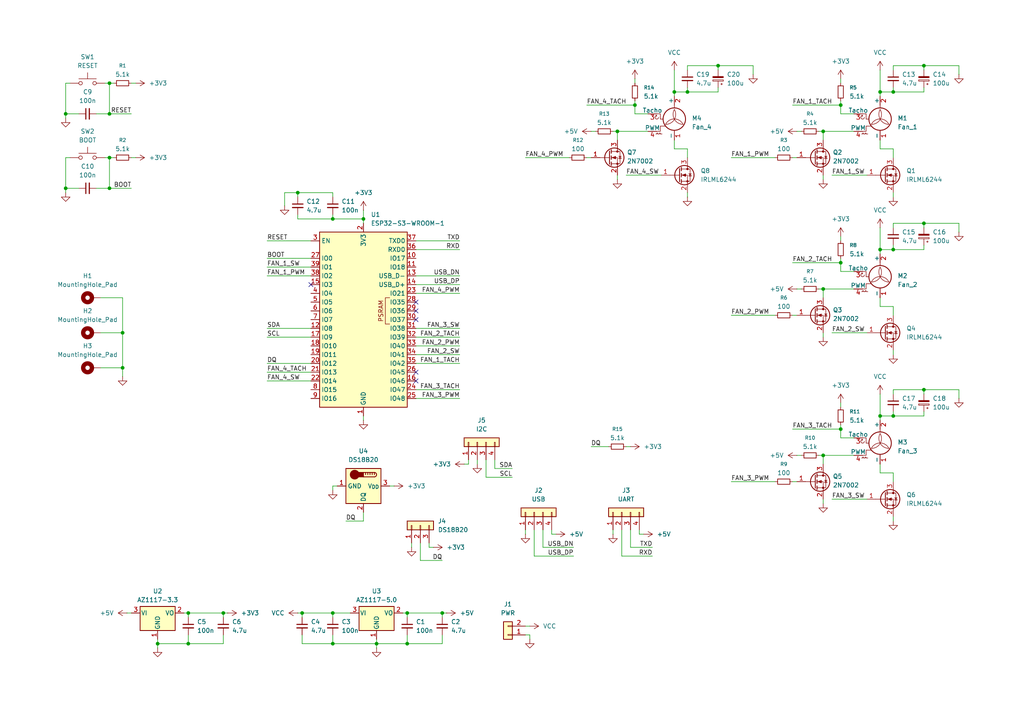
<source format=kicad_sch>
(kicad_sch (version 20250114) (generator "eeschema") (generator_version "9.0")
  (paper "A4")
  (junction (at 31.75 45.72))
  (junction (at 199.39 26.67))
  (junction (at 195.58 26.67))
  (junction (at 259.08 26.67))
  (junction (at 96.52 63.5))
  (junction (at 54.61 177.8))
  (junction (at 19.05 33.02))
  (junction (at 35.56 106.68))
  (junction (at 255.27 72.39))
  (junction (at 267.97 19.05))
  (junction (at 35.56 96.52))
  (junction (at 208.28 19.05))
  (junction (at 64.77 177.8))
  (junction (at 243.84 30.48))
  (junction (at 259.08 120.65))
  (junction (at 105.41 63.5))
  (junction (at 255.27 120.65))
  (junction (at 54.61 186.69))
  (junction (at 96.52 186.69))
  (junction (at 267.97 64.77))
  (junction (at 45.72 186.69))
  (junction (at 31.75 33.02))
  (junction (at 259.08 72.39))
  (junction (at 86.36 55.88))
  (junction (at 31.75 24.13))
  (junction (at 96.52 177.8))
  (junction (at 19.05 54.61))
  (junction (at 87.63 177.8))
  (junction (at 243.84 124.46))
  (junction (at 118.11 177.8))
  (junction (at 128.27 177.8))
  (junction (at 267.97 113.03))
  (junction (at 238.76 38.1))
  (junction (at 109.22 186.69))
  (junction (at 118.11 186.69))
  (junction (at 238.76 132.08))
  (junction (at 243.84 76.2))
  (junction (at 31.75 54.61))
  (junction (at 238.76 83.82))
  (junction (at 184.15 30.48))
  (junction (at 179.07 38.1))
  (junction (at 255.27 26.67))
  (no_connect (at 90.17 82.55))
  (no_connect (at 120.65 107.95))
  (no_connect (at 120.65 92.71))
  (no_connect (at 120.65 90.17))
  (no_connect (at 120.65 110.49))
  (no_connect (at 120.65 87.63))
  (wire (pts (xy 113.03 140.97) (xy 114.3 140.97)))
  (wire (pts (xy 31.75 45.72) (xy 31.75 54.61)))
  (wire (pts (xy 54.61 177.8) (xy 54.61 179.07)))
  (wire (pts (xy 212.09 45.72) (xy 224.79 45.72)))
  (wire (pts (xy 179.07 50.8) (xy 179.07 52.07)))
  (wire (pts (xy 120.65 97.79) (xy 133.35 97.79)))
  (wire (pts (xy 36.83 177.8) (xy 38.1 177.8)))
  (wire (pts (xy 238.76 50.8) (xy 238.76 52.07)))
  (wire (pts (xy 170.18 30.48) (xy 184.15 30.48)))
  (wire (pts (xy 148.59 135.89) (xy 143.51 135.89)))
  (wire (pts (xy 229.87 124.46) (xy 243.84 124.46)))
  (wire (pts (xy 255.27 20.32) (xy 255.27 26.67)))
  (wire (pts (xy 82.55 55.88) (xy 86.36 55.88)))
  (wire (pts (xy 143.51 135.89) (xy 143.51 133.35)))
  (wire (pts (xy 267.97 120.65) (xy 259.08 120.65)))
  (wire (pts (xy 77.47 77.47) (xy 90.17 77.47)))
  (wire (pts (xy 140.97 138.43) (xy 140.97 133.35)))
  (wire (pts (xy 177.8 154.94) (xy 177.8 153.67)))
  (wire (pts (xy 120.65 113.03) (xy 133.35 113.03)))
  (wire (pts (xy 153.67 184.15) (xy 152.4 184.15)))
  (wire (pts (xy 120.65 105.41) (xy 133.35 105.41)))
  (wire (pts (xy 255.27 26.67) (xy 255.27 27.94)))
  (wire (pts (xy 38.1 24.13) (xy 39.37 24.13)))
  (wire (pts (xy 182.88 158.75) (xy 189.23 158.75)))
  (wire (pts (xy 157.48 158.75) (xy 166.37 158.75)))
  (wire (pts (xy 31.75 24.13) (xy 31.75 33.02)))
  (wire (pts (xy 267.97 25.4) (xy 267.97 26.67)))
  (wire (pts (xy 243.84 74.93) (xy 243.84 76.2)))
  (wire (pts (xy 77.47 74.93) (xy 90.17 74.93)))
  (wire (pts (xy 86.36 55.88) (xy 86.36 57.15)))
  (wire (pts (xy 119.38 157.48) (xy 119.38 158.75)))
  (wire (pts (xy 208.28 19.05) (xy 218.44 19.05)))
  (wire (pts (xy 54.61 186.69) (xy 64.77 186.69)))
  (wire (pts (xy 241.3 50.8) (xy 251.46 50.8)))
  (wire (pts (xy 243.84 22.86) (xy 243.84 24.13)))
  (wire (pts (xy 121.92 162.56) (xy 121.92 157.48)))
  (wire (pts (xy 267.97 19.05) (xy 278.13 19.05)))
  (wire (pts (xy 96.52 62.23) (xy 96.52 63.5)))
  (wire (pts (xy 255.27 43.18) (xy 255.27 40.64)))
  (wire (pts (xy 195.58 43.18) (xy 195.58 40.64)))
  (wire (pts (xy 181.61 129.54) (xy 182.88 129.54)))
  (wire (pts (xy 238.76 83.82) (xy 247.65 83.82)))
  (wire (pts (xy 45.72 185.42) (xy 45.72 186.69)))
  (wire (pts (xy 86.36 177.8) (xy 87.63 177.8)))
  (wire (pts (xy 199.39 57.15) (xy 199.39 55.88)))
  (wire (pts (xy 259.08 102.87) (xy 259.08 101.6)))
  (wire (pts (xy 259.08 43.18) (xy 255.27 43.18)))
  (wire (pts (xy 184.15 22.86) (xy 184.15 24.13)))
  (wire (pts (xy 229.87 45.72) (xy 231.14 45.72)))
  (wire (pts (xy 35.56 96.52) (xy 35.56 86.36)))
  (wire (pts (xy 199.39 20.32) (xy 199.39 19.05)))
  (wire (pts (xy 27.94 33.02) (xy 31.75 33.02)))
  (wire (pts (xy 259.08 25.4) (xy 259.08 26.67)))
  (wire (pts (xy 19.05 33.02) (xy 19.05 34.29)))
  (wire (pts (xy 27.94 54.61) (xy 31.75 54.61)))
  (wire (pts (xy 229.87 91.44) (xy 231.14 91.44)))
  (wire (pts (xy 124.46 158.75) (xy 125.73 158.75)))
  (wire (pts (xy 267.97 26.67) (xy 259.08 26.67)))
  (wire (pts (xy 208.28 25.4) (xy 208.28 26.67)))
  (wire (pts (xy 259.08 139.7) (xy 259.08 137.16)))
  (wire (pts (xy 100.33 151.13) (xy 105.41 151.13)))
  (wire (pts (xy 120.65 82.55) (xy 133.35 82.55)))
  (wire (pts (xy 31.75 45.72) (xy 33.02 45.72)))
  (wire (pts (xy 128.27 184.15) (xy 128.27 186.69)))
  (wire (pts (xy 86.36 55.88) (xy 96.52 55.88)))
  (wire (pts (xy 96.52 186.69) (xy 109.22 186.69)))
  (wire (pts (xy 87.63 177.8) (xy 87.63 179.07)))
  (wire (pts (xy 86.36 63.5) (xy 96.52 63.5)))
  (wire (pts (xy 105.41 60.96) (xy 105.41 63.5)))
  (wire (pts (xy 87.63 177.8) (xy 96.52 177.8)))
  (wire (pts (xy 124.46 157.48) (xy 124.46 158.75)))
  (wire (pts (xy 54.61 186.69) (xy 45.72 186.69)))
  (wire (pts (xy 259.08 45.72) (xy 259.08 43.18)))
  (wire (pts (xy 96.52 55.88) (xy 96.52 57.15)))
  (wire (pts (xy 267.97 119.38) (xy 267.97 120.65)))
  (wire (pts (xy 128.27 162.56) (xy 121.92 162.56)))
  (wire (pts (xy 267.97 71.12) (xy 267.97 72.39)))
  (wire (pts (xy 19.05 54.61) (xy 19.05 55.88)))
  (wire (pts (xy 30.48 24.13) (xy 31.75 24.13)))
  (wire (pts (xy 259.08 114.3) (xy 259.08 113.03)))
  (wire (pts (xy 278.13 19.05) (xy 278.13 21.59)))
  (wire (pts (xy 118.11 177.8) (xy 128.27 177.8)))
  (wire (pts (xy 54.61 177.8) (xy 64.77 177.8)))
  (wire (pts (xy 267.97 113.03) (xy 278.13 113.03)))
  (wire (pts (xy 185.42 154.94) (xy 185.42 153.67)))
  (wire (pts (xy 29.21 86.36) (xy 35.56 86.36)))
  (wire (pts (xy 86.36 62.23) (xy 86.36 63.5)))
  (wire (pts (xy 259.08 91.44) (xy 259.08 88.9)))
  (wire (pts (xy 109.22 185.42) (xy 109.22 186.69)))
  (wire (pts (xy 53.34 177.8) (xy 54.61 177.8)))
  (wire (pts (xy 154.94 161.29) (xy 154.94 153.67)))
  (wire (pts (xy 208.28 19.05) (xy 208.28 20.32)))
  (wire (pts (xy 31.75 24.13) (xy 33.02 24.13)))
  (wire (pts (xy 195.58 26.67) (xy 195.58 27.94)))
  (wire (pts (xy 184.15 29.21) (xy 184.15 30.48)))
  (wire (pts (xy 31.75 54.61) (xy 38.1 54.61)))
  (wire (pts (xy 118.11 186.69) (xy 128.27 186.69)))
  (wire (pts (xy 160.02 154.94) (xy 161.29 154.94)))
  (wire (pts (xy 128.27 177.8) (xy 128.27 179.07)))
  (wire (pts (xy 229.87 139.7) (xy 231.14 139.7)))
  (wire (pts (xy 259.08 113.03) (xy 267.97 113.03)))
  (wire (pts (xy 243.84 30.48) (xy 243.84 33.02)))
  (wire (pts (xy 170.18 45.72) (xy 171.45 45.72)))
  (wire (pts (xy 255.27 66.04) (xy 255.27 72.39)))
  (wire (pts (xy 120.65 72.39) (xy 133.35 72.39)))
  (wire (pts (xy 199.39 45.72) (xy 199.39 43.18)))
  (wire (pts (xy 180.34 161.29) (xy 189.23 161.29)))
  (wire (pts (xy 30.48 45.72) (xy 31.75 45.72)))
  (wire (pts (xy 105.41 151.13) (xy 105.41 148.59)))
  (wire (pts (xy 243.84 124.46) (xy 243.84 127)))
  (wire (pts (xy 231.14 132.08) (xy 232.41 132.08)))
  (wire (pts (xy 38.1 45.72) (xy 39.37 45.72)))
  (wire (pts (xy 238.76 38.1) (xy 238.76 40.64)))
  (wire (pts (xy 243.84 68.58) (xy 243.84 69.85)))
  (wire (pts (xy 35.56 106.68) (xy 35.56 96.52)))
  (wire (pts (xy 259.08 20.32) (xy 259.08 19.05)))
  (wire (pts (xy 118.11 186.69) (xy 109.22 186.69)))
  (wire (pts (xy 238.76 96.52) (xy 238.76 97.79)))
  (wire (pts (xy 208.28 26.67) (xy 199.39 26.67)))
  (wire (pts (xy 105.41 63.5) (xy 105.41 64.77)))
  (wire (pts (xy 241.3 144.78) (xy 251.46 144.78)))
  (wire (pts (xy 45.72 186.69) (xy 45.72 187.96)))
  (wire (pts (xy 247.65 127) (xy 243.84 127)))
  (wire (pts (xy 138.43 133.35) (xy 138.43 134.62)))
  (wire (pts (xy 179.07 38.1) (xy 187.96 38.1)))
  (wire (pts (xy 267.97 72.39) (xy 259.08 72.39)))
  (wire (pts (xy 199.39 26.67) (xy 195.58 26.67)))
  (wire (pts (xy 267.97 19.05) (xy 267.97 20.32)))
  (wire (pts (xy 77.47 110.49) (xy 90.17 110.49)))
  (wire (pts (xy 171.45 38.1) (xy 172.72 38.1)))
  (wire (pts (xy 77.47 97.79) (xy 90.17 97.79)))
  (wire (pts (xy 118.11 177.8) (xy 118.11 179.07)))
  (wire (pts (xy 160.02 153.67) (xy 160.02 154.94)))
  (wire (pts (xy 259.08 64.77) (xy 267.97 64.77)))
  (wire (pts (xy 19.05 24.13) (xy 19.05 33.02)))
  (wire (pts (xy 247.65 78.74) (xy 243.84 78.74)))
  (wire (pts (xy 35.56 106.68) (xy 35.56 109.22)))
  (wire (pts (xy 231.14 83.82) (xy 232.41 83.82)))
  (wire (pts (xy 238.76 132.08) (xy 238.76 134.62)))
  (wire (pts (xy 96.52 140.97) (xy 97.79 140.97)))
  (wire (pts (xy 243.84 76.2) (xy 243.84 78.74)))
  (wire (pts (xy 128.27 177.8) (xy 129.54 177.8)))
  (wire (pts (xy 212.09 91.44) (xy 224.79 91.44)))
  (wire (pts (xy 120.65 95.25) (xy 133.35 95.25)))
  (wire (pts (xy 243.84 29.21) (xy 243.84 30.48)))
  (wire (pts (xy 243.84 123.19) (xy 243.84 124.46)))
  (wire (pts (xy 255.27 120.65) (xy 255.27 121.92)))
  (wire (pts (xy 237.49 83.82) (xy 238.76 83.82)))
  (wire (pts (xy 184.15 30.48) (xy 184.15 33.02)))
  (wire (pts (xy 109.22 186.69) (xy 109.22 187.96)))
  (wire (pts (xy 181.61 50.8) (xy 191.77 50.8)))
  (wire (pts (xy 82.55 59.69) (xy 82.55 55.88)))
  (wire (pts (xy 179.07 38.1) (xy 179.07 40.64)))
  (wire (pts (xy 212.09 139.7) (xy 224.79 139.7)))
  (wire (pts (xy 259.08 57.15) (xy 259.08 55.88)))
  (wire (pts (xy 259.08 88.9) (xy 255.27 88.9)))
  (wire (pts (xy 259.08 26.67) (xy 255.27 26.67)))
  (wire (pts (xy 118.11 184.15) (xy 118.11 186.69)))
  (wire (pts (xy 77.47 95.25) (xy 90.17 95.25)))
  (wire (pts (xy 195.58 20.32) (xy 195.58 26.67)))
  (wire (pts (xy 231.14 38.1) (xy 232.41 38.1)))
  (wire (pts (xy 120.65 80.01) (xy 133.35 80.01)))
  (wire (pts (xy 29.21 96.52) (xy 35.56 96.52)))
  (wire (pts (xy 237.49 38.1) (xy 238.76 38.1)))
  (wire (pts (xy 255.27 137.16) (xy 255.27 134.62)))
  (wire (pts (xy 152.4 181.61) (xy 153.67 181.61)))
  (wire (pts (xy 96.52 184.15) (xy 96.52 186.69)))
  (wire (pts (xy 96.52 63.5) (xy 105.41 63.5)))
  (wire (pts (xy 120.65 115.57) (xy 133.35 115.57)))
  (wire (pts (xy 187.96 33.02) (xy 184.15 33.02)))
  (wire (pts (xy 255.27 88.9) (xy 255.27 86.36)))
  (wire (pts (xy 199.39 19.05) (xy 208.28 19.05)))
  (wire (pts (xy 19.05 45.72) (xy 19.05 54.61)))
  (wire (pts (xy 31.75 33.02) (xy 38.1 33.02)))
  (wire (pts (xy 171.45 129.54) (xy 176.53 129.54)))
  (wire (pts (xy 180.34 161.29) (xy 180.34 153.67)))
  (wire (pts (xy 218.44 19.05) (xy 218.44 21.59)))
  (wire (pts (xy 64.77 184.15) (xy 64.77 186.69)))
  (wire (pts (xy 238.76 38.1) (xy 247.65 38.1)))
  (wire (pts (xy 259.08 71.12) (xy 259.08 72.39)))
  (wire (pts (xy 238.76 83.82) (xy 238.76 86.36)))
  (wire (pts (xy 259.08 19.05) (xy 267.97 19.05)))
  (wire (pts (xy 120.65 102.87) (xy 133.35 102.87)))
  (wire (pts (xy 259.08 137.16) (xy 255.27 137.16)))
  (wire (pts (xy 152.4 153.67) (xy 152.4 154.94)))
  (wire (pts (xy 64.77 177.8) (xy 64.77 179.07)))
  (wire (pts (xy 237.49 132.08) (xy 238.76 132.08)))
  (wire (pts (xy 148.59 138.43) (xy 140.97 138.43)))
  (wire (pts (xy 152.4 45.72) (xy 165.1 45.72)))
  (wire (pts (xy 259.08 151.13) (xy 259.08 149.86)))
  (wire (pts (xy 259.08 119.38) (xy 259.08 120.65)))
  (wire (pts (xy 77.47 107.95) (xy 90.17 107.95)))
  (wire (pts (xy 20.32 24.13) (xy 19.05 24.13)))
  (wire (pts (xy 120.65 69.85) (xy 133.35 69.85)))
  (wire (pts (xy 120.65 100.33) (xy 133.35 100.33)))
  (wire (pts (xy 154.94 161.29) (xy 166.37 161.29)))
  (wire (pts (xy 105.41 120.65) (xy 105.41 121.92)))
  (wire (pts (xy 157.48 153.67) (xy 157.48 158.75)))
  (wire (pts (xy 278.13 64.77) (xy 278.13 67.31)))
  (wire (pts (xy 153.67 185.42) (xy 153.67 184.15)))
  (wire (pts (xy 259.08 72.39) (xy 255.27 72.39)))
  (wire (pts (xy 243.84 116.84) (xy 243.84 118.11)))
  (wire (pts (xy 22.86 54.61) (xy 19.05 54.61)))
  (wire (pts (xy 259.08 120.65) (xy 255.27 120.65)))
  (wire (pts (xy 241.3 96.52) (xy 251.46 96.52)))
  (wire (pts (xy 96.52 142.24) (xy 96.52 140.97)))
  (wire (pts (xy 259.08 66.04) (xy 259.08 64.77)))
  (wire (pts (xy 116.84 177.8) (xy 118.11 177.8)))
  (wire (pts (xy 134.62 134.62) (xy 135.89 134.62)))
  (wire (pts (xy 87.63 186.69) (xy 96.52 186.69)))
  (wire (pts (xy 255.27 114.3) (xy 255.27 120.65)))
  (wire (pts (xy 238.76 132.08) (xy 247.65 132.08)))
  (wire (pts (xy 54.61 184.15) (xy 54.61 186.69)))
  (wire (pts (xy 22.86 33.02) (xy 19.05 33.02)))
  (wire (pts (xy 267.97 64.77) (xy 267.97 66.04)))
  (wire (pts (xy 255.27 72.39) (xy 255.27 73.66)))
  (wire (pts (xy 199.39 43.18) (xy 195.58 43.18)))
  (wire (pts (xy 267.97 64.77) (xy 278.13 64.77)))
  (wire (pts (xy 186.69 154.94) (xy 185.42 154.94)))
  (wire (pts (xy 77.47 80.01) (xy 90.17 80.01)))
  (wire (pts (xy 96.52 177.8) (xy 101.6 177.8)))
  (wire (pts (xy 267.97 113.03) (xy 267.97 114.3)))
  (wire (pts (xy 87.63 184.15) (xy 87.63 186.69)))
  (wire (pts (xy 199.39 25.4) (xy 199.39 26.67)))
  (wire (pts (xy 182.88 153.67) (xy 182.88 158.75)))
  (wire (pts (xy 247.65 33.02) (xy 243.84 33.02)))
  (wire (pts (xy 96.52 177.8) (xy 96.52 179.07)))
  (wire (pts (xy 77.47 105.41) (xy 90.17 105.41)))
  (wire (pts (xy 278.13 113.03) (xy 278.13 115.57)))
  (wire (pts (xy 177.8 38.1) (xy 179.07 38.1)))
  (wire (pts (xy 77.47 69.85) (xy 90.17 69.85)))
  (wire (pts (xy 135.89 134.62) (xy 135.89 133.35)))
  (wire (pts (xy 229.87 76.2) (xy 243.84 76.2)))
  (wire (pts (xy 238.76 144.78) (xy 238.76 146.05)))
  (wire (pts (xy 20.32 45.72) (xy 19.05 45.72)))
  (wire (pts (xy 64.77 177.8) (xy 66.04 177.8)))
  (wire (pts (xy 120.65 85.09) (xy 133.35 85.09)))
  (wire (pts (xy 29.21 106.68) (xy 35.56 106.68)))
  (wire (pts (xy 229.87 30.48) (xy 243.84 30.48)))
  (label "FAN_4_PWM" (at 133.35 85.09 180))
  (label "BOOT" (at 38.1 54.61 180))
  (label "FAN_4_SW" (at 77.47 110.49 0))
  (label "RESET" (at 77.47 69.85 0))
  (label "DQ" (at 171.45 129.54 0))
  (label "FAN_3_PWM" (at 212.09 139.7 0))
  (label "RXD" (at 133.35 72.39 180))
  (label "DQ" (at 128.27 162.56 180))
  (label "FAN_3_TACH" (at 133.35 113.03 180))
  (label "FAN_1_SW" (at 77.47 77.47 0))
  (label "FAN_3_SW" (at 133.35 95.25 180))
  (label "TXD" (at 133.35 69.85 180))
  (label "SCL" (at 148.59 138.43 180))
  (label "BOOT" (at 77.47 74.93 0))
  (label "FAN_4_TACH" (at 77.47 107.95 0))
  (label "FAN_1_SW" (at 241.3 50.8 0))
  (label "RXD" (at 189.23 161.29 180))
  (label "FAN_2_SW" (at 241.3 96.52 0))
  (label "FAN_3_PWM" (at 133.35 115.57 180))
  (label "FAN_3_SW" (at 241.3 144.78 0))
  (label "DQ" (at 100.33 151.13 0))
  (label "FAN_1_PWM" (at 212.09 45.72 0))
  (label "USB_DP" (at 166.37 161.29 180))
  (label "USB_DN" (at 166.37 158.75 180))
  (label "FAN_3_TACH" (at 229.87 124.46 0))
  (label "FAN_1_TACH" (at 133.35 105.41 180))
  (label "FAN_2_PWM" (at 133.35 100.33 180))
  (label "FAN_2_SW" (at 133.35 102.87 180))
  (label "FAN_2_TACH" (at 133.35 97.79 180))
  (label "FAN_4_PWM" (at 152.4 45.72 0))
  (label "FAN_1_TACH" (at 229.87 30.48 0))
  (label "FAN_2_TACH" (at 229.87 76.2 0))
  (label "TXD" (at 189.23 158.75 180))
  (label "RESET" (at 38.1 33.02 180))
  (label "FAN_2_PWM" (at 212.09 91.44 0))
  (label "USB_DP" (at 133.35 82.55 180))
  (label "FAN_1_PWM" (at 77.47 80.01 0))
  (label "USB_DN" (at 133.35 80.01 180))
  (label "DQ" (at 77.47 105.41 0))
  (label "SCL" (at 77.47 97.79 0))
  (label "FAN_4_SW" (at 181.61 50.8 0))
  (label "SDA" (at 77.47 95.25 0))
  (label "SDA" (at 148.59 135.89 180))
  (label "FAN_4_TACH" (at 170.18 30.48 0))
  (symbol (lib_id "Device:R_Small") (at 234.95 83.82 90) (unit 1)
    (property "Reference" "R7" (at 234.95 78.74 90) (effects (font (size 1.016 1.016))))
    (property "Value" "5.1k" (at 234.95 81.28 90))
    (property "Footprint" "Resistor_SMD:R_0603_1608Metric" (effects (hide yes)))
    (property "Description" "Resistor, small symbol" (effects (hide yes)))
  )
  (symbol (lib_id "power:GND") (at 177.8 154.94 0) (unit 1)
    (property "Reference" "#PWR043" (effects (hide yes)))
    (property "Value" "GND" (effects (hide yes)))
    (property "Description" "Power symbol creates a global label with name \"GND\" , ground" (effects (hide yes)))
  )
  (symbol (lib_id "power:GND") (at 119.38 158.75 0) (unit 1)
    (property "Reference" "#PWR047" (effects (hide yes)))
    (property "Value" "GND" (effects (hide yes)))
    (property "Description" "Power symbol creates a global label with name \"GND\" , ground" (effects (hide yes)))
  )
  (symbol (lib_id "Mechanical:MountingHole_Pad") (at 26.67 96.52 90) (unit 1) (in_bom no)
    (property "Reference" "H2" (at 25.4 90.17 90))
    (property "Value" "MountingHole_Pad" (at 25.4 92.71 90))
    (property "Footprint" "MountingHole:MountingHole_2.7mm_M2.5_DIN965_Pad_TopBottom" (effects (hide yes)))
    (property "Description" "Mounting Hole with connection" (effects (hide yes)))
  )
  (symbol (lib_id "power:GND") (at 152.4 154.94 0) (unit 1)
    (property "Reference" "#PWR040" (effects (hide yes)))
    (property "Value" "GND" (effects (hide yes)))
    (property "Description" "Power symbol creates a global label with name \"GND\" , ground" (effects (hide yes)))
  )
  (symbol (lib_id "Device:R_Small") (at 234.95 132.08 90) (unit 1)
    (property "Reference" "R10" (at 234.95 127 90) (effects (font (size 1.016 1.016))))
    (property "Value" "5.1k" (at 234.95 129.54 90))
    (property "Footprint" "Resistor_SMD:R_0603_1608Metric" (effects (hide yes)))
    (property "Description" "Resistor, small symbol" (effects (hide yes)))
  )
  (symbol (lib_id "power:GND") (at 278.13 21.59 0) (unit 1)
    (property "Reference" "#PWR016" (effects (hide yes)))
    (property "Value" "GND" (effects (hide yes)))
    (property "Description" "Power symbol creates a global label with name \"GND\" , ground" (effects (hide yes)))
  )
  (symbol (lib_id "power:+3V3") (at 114.3 140.97 270) (unit 1)
    (property "Reference" "#PWR046" (effects (hide yes)))
    (property "Value" "+3V3" (at 118.11 140.9699 90) (effects (justify left)))
    (property "Description" "Power symbol creates a global label with name \"+3V3\"" (effects (hide yes)))
  )
  (symbol (lib_id "Motor:Fan_Tacho_PWM") (at 195.58 35.56 0) (unit 1)
    (property "Reference" "M4" (at 200.66 34.2899 0) (effects (justify left)))
    (property "Value" "Fan_4" (at 200.66 36.8299 0) (effects (justify left)))
    (property "Footprint" "Connector:FanPinHeader_1x04_P2.54mm_Vertical" (effects (hide yes)))
    (property "Datasheet" "http://www.formfactors.org/developer%5Cspecs%5Crev1_2_public.pdf" (effects (hide yes)))
    (property "Description" "Fan, tacho output, PWM input, 4-pin connector" (effects (hide yes)))
  )
  (symbol (lib_id "Device:R_Small") (at 243.84 120.65 180) (unit 1)
    (property "Reference" "R11" (at 246.38 119.3799 0) (effects (font (size 1.016 1.016)) (justify right)))
    (property "Value" "5.1k" (at 246.38 121.9199 0) (effects (justify right)))
    (property "Footprint" "Resistor_SMD:R_0603_1608Metric" (effects (hide yes)))
    (property "Description" "Resistor, small symbol" (effects (hide yes)))
  )
  (symbol (lib_id "Device:R_Small") (at 35.56 24.13 90) (unit 1)
    (property "Reference" "R1" (at 35.56 19.05 90) (effects (font (size 1.016 1.016))))
    (property "Value" "5.1k" (at 35.56 21.59 90))
    (property "Footprint" "Resistor_SMD:R_0603_1608Metric_Pad0.98x0.95mm_HandSolder" (effects (hide yes)))
    (property "Description" "Resistor, small symbol" (effects (hide yes)))
  )
  (symbol (lib_id "power:VCC") (at 255.27 20.32 0) (unit 1)
    (property "Reference" "#PWR015" (effects (hide yes)))
    (property "Value" "VCC" (at 255.27 15.24 0))
    (property "Description" "Power symbol creates a global label with name \"VCC\"" (effects (hide yes)))
  )
  (symbol (lib_id "Device:R_Small") (at 243.84 72.39 180) (unit 1)
    (property "Reference" "R8" (at 246.38 71.1199 0) (effects (font (size 1.016 1.016)) (justify right)))
    (property "Value" "5.1k" (at 246.38 73.6599 0) (effects (justify right)))
    (property "Footprint" "Resistor_SMD:R_0603_1608Metric" (effects (hide yes)))
    (property "Description" "Resistor, small symbol" (effects (hide yes)))
  )
  (symbol (lib_id "Device:R_Small") (at 167.64 45.72 90) (unit 1)
    (property "Reference" "R12" (at 167.64 40.64 90) (effects (font (size 1.016 1.016))))
    (property "Value" "100" (at 167.64 43.18 90))
    (property "Footprint" "Resistor_SMD:R_0603_1608Metric" (effects (hide yes)))
    (property "Description" "Resistor, small symbol" (effects (hide yes)))
  )
  (symbol (lib_id "Transistor_FET:IRLML6244") (at 196.85 50.8 0) (unit 1)
    (property "Reference" "Q8" (at 203.2 49.5299 0) (effects (justify left)))
    (property "Value" "IRLML6244" (at 203.2 52.0699 0) (effects (justify left)))
    (property "Footprint" "Package_TO_SOT_SMD:SOT-23-3" (effects (hide yes)))
    (property "Datasheet" "https://www.infineon.com/dgdl/Infineon-IRLML6244-DataSheet-v01_01-EN.pdf?fileId=5546d462533600a4015356686fed261f" (effects (hide yes)))
    (property "Description" "6.3A Id, 20V Vds, 21mOhm Rds, N-Channel StrongIRFET Power MOSFET, SOT-23" (effects (hide yes)))
  )
  (symbol (lib_id "power:GND") (at 105.41 121.92 0) (unit 1)
    (property "Reference" "#PWR08" (effects (hide yes)))
    (property "Value" "GND" (effects (hide yes)))
    (property "Description" "Power symbol creates a global label with name \"GND\" , ground" (effects (hide yes)))
  )
  (symbol (lib_id "Device:C_Polarized_Small") (at 267.97 116.84 180) (unit 1)
    (property "Reference" "C18" (at 270.51 115.57 0) (effects (justify right)))
    (property "Value" "100u" (at 270.51 118.11 0) (effects (justify right)))
    (property "Footprint" "Capacitor_THT:CP_Radial_D5.0mm_P2.00mm" (effects (hide yes)))
    (property "Description" "Polarized capacitor, small symbol" (effects (hide yes)))
  )
  (symbol (lib_id "power:GND") (at 19.05 34.29 0) (unit 1)
    (property "Reference" "#PWR09" (effects (hide yes)))
    (property "Value" "GND" (effects (hide yes)))
    (property "Description" "Power symbol creates a global label with name \"GND\" , ground" (effects (hide yes)))
  )
  (symbol (lib_id "Regulator_Linear:AZ1117-5.0") (at 109.22 177.8 0) (unit 1)
    (property "Reference" "U3" (at 109.22 171.45 0))
    (property "Value" "AZ1117-5.0" (at 109.22 173.99 0))
    (property "Footprint" "Package_TO_SOT_SMD:SOT-223-3_TabPin2" (effects (hide yes)))
    (property "Datasheet" "https://www.diodes.com/assets/Datasheets/AZ1117.pdf" (effects (hide yes)))
    (property "Description" "1A 20V Fixed LDO Linear Regulator, 5.0V, SOT-89/SOT-223/TO-220/TO-252/TO-263" (effects (hide yes)))
    (property "MFR" " AZ1117H-5.0TRE1" (effects (hide yes)))
  )
  (symbol (lib_id "power:GND") (at 259.08 57.15 0) (unit 1)
    (property "Reference" "#PWR014" (effects (hide yes)))
    (property "Value" "GND" (effects (hide yes)))
    (property "Description" "Power symbol creates a global label with name \"GND\" , ground" (effects (hide yes)))
  )
  (symbol (lib_id "power:+3V3") (at 125.73 158.75 270) (unit 1)
    (property "Reference" "#PWR048" (effects (hide yes)))
    (property "Value" "+3V3" (at 129.54 158.7499 90) (effects (justify left)))
    (property "Description" "Power symbol creates a global label with name \"+3V3\"" (effects (hide yes)))
  )
  (symbol (lib_id "Motor:Fan_Tacho_PWM") (at 255.27 35.56 0) (unit 1)
    (property "Reference" "M1" (at 260.35 34.2899 0) (effects (justify left)))
    (property "Value" "Fan_1" (at 260.35 36.8299 0) (effects (justify left)))
    (property "Footprint" "Connector:FanPinHeader_1x04_P2.54mm_Vertical" (effects (hide yes)))
    (property "Datasheet" "http://www.formfactors.org/developer%5Cspecs%5Crev1_2_public.pdf" (effects (hide yes)))
    (property "Description" "Fan, tacho output, PWM input, 4-pin connector" (effects (hide yes)))
  )
  (symbol (lib_id "power:GND") (at 45.72 187.96 0) (unit 1)
    (property "Reference" "#PWR01" (effects (hide yes)))
    (property "Value" "GND" (effects (hide yes)))
    (property "Description" "Power symbol creates a global label with name \"GND\" , ground" (effects (hide yes)))
  )
  (symbol (lib_id "Connector_Generic:Conn_01x04") (at 138.43 128.27 90) (unit 1)
    (property "Reference" "J5" (at 139.7 121.92 90))
    (property "Value" "I2C" (at 139.7 124.46 90))
    (property "Footprint" "Connector_PinHeader_2.54mm:PinHeader_1x04_P2.54mm_Vertical" (effects (hide yes)))
    (property "Description" "Generic connector, single row, 01x04, script generated (kicad-library-utils/schlib/autogen/connector/)" (effects (hide yes)))
  )
  (symbol (lib_id "Sensor_Temperature:DS18B20") (at 105.41 140.97 270) (unit 1)
    (property "Reference" "U4" (at 105.41 130.81 90))
    (property "Value" "DS18B20" (at 105.41 133.35 90))
    (property "Footprint" "Package_TO_SOT_THT:TO-92_HandSolder" (effects (hide yes)))
    (property "Datasheet" "http://datasheets.maximintegrated.com/en/ds/DS18B20.pdf" (effects (hide yes)))
    (property "Description" "Programmable Resolution 1-Wire Digital Thermometer TO-92" (effects (hide yes)))
  )
  (symbol (lib_id "Regulator_Linear:AZ1117-3.3") (at 45.72 177.8 0) (unit 1)
    (property "Reference" "U2" (at 45.72 171.45 0))
    (property "Value" "AZ1117-3.3" (at 45.72 173.99 0))
    (property "Footprint" "Package_TO_SOT_SMD:SOT-223-3_TabPin2" (effects (hide yes)))
    (property "Datasheet" "https://www.diodes.com/assets/Datasheets/AZ1117.pdf" (effects (hide yes)))
    (property "Description" "1A 20V Fixed LDO Linear Regulator, 3.3V, SOT-89/SOT-223/TO-220/TO-252/TO-263" (effects (hide yes)))
    (property "MFR" " AZ1117CH-3.3TRG1" (effects (hide yes)))
  )
  (symbol (lib_id "Device:R_Small") (at 175.26 38.1 90) (unit 1)
    (property "Reference" "R13" (at 175.26 33.02 90) (effects (font (size 1.016 1.016))))
    (property "Value" "5.1k" (at 175.26 35.56 90))
    (property "Footprint" "Resistor_SMD:R_0603_1608Metric" (effects (hide yes)))
    (property "Description" "Resistor, small symbol" (effects (hide yes)))
  )
  (symbol (lib_id "power:+3V3") (at 243.84 116.84 0) (unit 1)
    (property "Reference" "#PWR030" (effects (hide yes)))
    (property "Value" "+3V3" (at 243.84 111.76 0))
    (property "Description" "Power symbol creates a global label with name \"+3V3\"" (effects (hide yes)))
  )
  (symbol (lib_id "power:GND") (at 259.08 102.87 0) (unit 1)
    (property "Reference" "#PWR026" (effects (hide yes)))
    (property "Value" "GND" (effects (hide yes)))
    (property "Description" "Power symbol creates a global label with name \"GND\" , ground" (effects (hide yes)))
  )
  (symbol (lib_id "Mechanical:MountingHole_Pad") (at 26.67 86.36 90) (unit 1) (in_bom no)
    (property "Reference" "H1" (at 25.4 80.01 90))
    (property "Value" "MountingHole_Pad" (at 25.4 82.55 90))
    (property "Footprint" "MountingHole:MountingHole_2.7mm_M2.5_DIN965_Pad_TopBottom" (effects (hide yes)))
    (property "Description" "Mounting Hole with connection" (effects (hide yes)))
  )
  (symbol (lib_id "power:GND") (at 238.76 146.05 0) (unit 1)
    (property "Reference" "#PWR029" (effects (hide yes)))
    (property "Value" "GND" (effects (hide yes)))
    (property "Description" "Power symbol creates a global label with name \"GND\" , ground" (effects (hide yes)))
  )
  (symbol (lib_id "Transistor_FET:2N7002") (at 236.22 91.44 0) (unit 1)
    (property "Reference" "Q3" (at 241.554 89.916 0) (effects (justify left)))
    (property "Value" "2N7002" (at 241.554 92.456 0) (effects (justify left)))
    (property "Footprint" "Package_TO_SOT_SMD:SOT-23-3" (effects (hide yes)))
    (property "Datasheet" "https://www.onsemi.com/pub/Collateral/NDS7002A-D.PDF" (effects (hide yes)))
    (property "Description" "0.115A Id, 60V Vds, N-Channel MOSFET, SOT-23" (effects (hide yes)))
  )
  (symbol (lib_id "power:+3V3") (at 243.84 22.86 0) (unit 1)
    (property "Reference" "#PWR021" (effects (hide yes)))
    (property "Value" "+3V3" (at 243.84 17.78 0))
    (property "Description" "Power symbol creates a global label with name \"+3V3\"" (effects (hide yes)))
  )
  (symbol (lib_id "power:+5V") (at 231.14 132.08 90) (unit 1)
    (property "Reference" "#PWR028" (effects (hide yes)))
    (property "Value" "+5V" (at 227.33 132.0799 90) (effects (justify left)))
    (property "Description" "Power symbol creates a global label with name \"+5V\"" (effects (hide yes)))
  )
  (symbol (lib_id "Transistor_FET:2N7002") (at 236.22 45.72 0) (unit 1)
    (property "Reference" "Q2" (at 241.554 44.196 0) (effects (justify left)))
    (property "Value" "2N7002" (at 241.554 46.736 0) (effects (justify left)))
    (property "Footprint" "Package_TO_SOT_SMD:SOT-23-3" (effects (hide yes)))
    (property "Datasheet" "https://www.onsemi.com/pub/Collateral/NDS7002A-D.PDF" (effects (hide yes)))
    (property "Description" "0.115A Id, 60V Vds, N-Channel MOSFET, SOT-23" (effects (hide yes)))
  )
  (symbol (lib_id "power:+3V3") (at 243.84 68.58 0) (unit 1)
    (property "Reference" "#PWR024" (effects (hide yes)))
    (property "Value" "+3V3" (at 243.84 63.5 0))
    (property "Description" "Power symbol creates a global label with name \"+3V3\"" (effects (hide yes)))
  )
  (symbol (lib_id "Device:R_Small") (at 234.95 38.1 90) (unit 1)
    (property "Reference" "R4" (at 234.95 33.02 90) (effects (font (size 1.016 1.016))))
    (property "Value" "5.1k" (at 234.95 35.56 90))
    (property "Footprint" "Resistor_SMD:R_0603_1608Metric" (effects (hide yes)))
    (property "Description" "Resistor, small symbol" (effects (hide yes)))
  )
  (symbol (lib_id "Device:C_Small") (at 259.08 22.86 0) (unit 1)
    (property "Reference" "C13" (at 261.62 21.5962 0) (effects (justify left)))
    (property "Value" "4.7u" (at 261.62 24.1362 0) (effects (justify left)))
    (property "Footprint" "Capacitor_SMD:C_0603_1608Metric_Pad1.08x0.95mm_HandSolder" (effects (hide yes)))
    (property "Description" "Unpolarized capacitor, small symbol" (effects (hide yes)))
  )
  (symbol (lib_id "Transistor_FET:IRLML6244") (at 256.54 96.52 0) (unit 1)
    (property "Reference" "Q4" (at 262.89 95.2499 0) (effects (justify left)))
    (property "Value" "IRLML6244" (at 262.89 97.7899 0) (effects (justify left)))
    (property "Footprint" "Package_TO_SOT_SMD:SOT-23-3" (effects (hide yes)))
    (property "Datasheet" "https://www.infineon.com/dgdl/Infineon-IRLML6244-DataSheet-v01_01-EN.pdf?fileId=5546d462533600a4015356686fed261f" (effects (hide yes)))
    (property "Description" "6.3A Id, 20V Vds, 21mOhm Rds, N-Channel StrongIRFET Power MOSFET, SOT-23" (effects (hide yes)))
  )
  (symbol (lib_id "Device:C_Small") (at 128.27 181.61 0) (unit 1)
    (property "Reference" "C2" (at 130.81 180.3462 0) (effects (justify left)))
    (property "Value" "4.7u" (at 130.81 182.8862 0) (effects (justify left)))
    (property "Footprint" "Capacitor_SMD:C_0603_1608Metric_Pad1.08x0.95mm_HandSolder" (effects (hide yes)))
    (property "Description" "Unpolarized capacitor, small symbol" (effects (hide yes)))
  )
  (symbol (lib_id "power:+5V") (at 171.45 38.1 90) (unit 1)
    (property "Reference" "#PWR034" (effects (hide yes)))
    (property "Value" "+5V" (at 167.64 38.0999 90) (effects (justify left)))
    (property "Description" "Power symbol creates a global label with name \"+5V\"" (effects (hide yes)))
  )
  (symbol (lib_id "power:+5V") (at 231.14 83.82 90) (unit 1)
    (property "Reference" "#PWR022" (effects (hide yes)))
    (property "Value" "+5V" (at 227.33 83.8199 90) (effects (justify left)))
    (property "Description" "Power symbol creates a global label with name \"+5V\"" (effects (hide yes)))
  )
  (symbol (lib_id "power:+5V") (at 36.83 177.8 90) (unit 1)
    (property "Reference" "#PWR03" (effects (hide yes)))
    (property "Value" "+5V" (at 33.02 177.7999 90) (effects (justify left)))
    (property "Description" "Power symbol creates a global label with name \"+5V\"" (effects (hide yes)))
  )
  (symbol (lib_id "power:VCC") (at 255.27 114.3 0) (unit 1)
    (property "Reference" "#PWR031" (effects (hide yes)))
    (property "Value" "VCC" (at 255.27 109.22 0))
    (property "Description" "Power symbol creates a global label with name \"VCC\"" (effects (hide yes)))
  )
  (symbol (lib_id "Connector_Generic:Conn_01x04") (at 154.94 148.59 90) (unit 1)
    (property "Reference" "J2" (at 156.21 142.24 90))
    (property "Value" "USB" (at 156.21 144.78 90))
    (property "Footprint" "Connector_PinHeader_2.54mm:PinHeader_1x04_P2.54mm_Vertical" (effects (hide yes)))
    (property "Description" "Generic connector, single row, 01x04, script generated (kicad-library-utils/schlib/autogen/connector/)" (effects (hide yes)))
  )
  (symbol (lib_id "Device:C_Small") (at 199.39 22.86 0) (unit 1)
    (property "Reference" "C19" (at 201.93 21.5962 0) (effects (justify left)))
    (property "Value" "4.7u" (at 201.93 24.1362 0) (effects (justify left)))
    (property "Footprint" "Capacitor_SMD:C_0603_1608Metric_Pad1.08x0.95mm_HandSolder" (effects (hide yes)))
    (property "Description" "Unpolarized capacitor, small symbol" (effects (hide yes)))
  )
  (symbol (lib_id "power:VCC") (at 255.27 66.04 0) (unit 1)
    (property "Reference" "#PWR025" (effects (hide yes)))
    (property "Value" "VCC" (at 255.27 60.96 0))
    (property "Description" "Power symbol creates a global label with name \"VCC\"" (effects (hide yes)))
  )
  (symbol (lib_id "Transistor_FET:IRLML6244") (at 256.54 50.8 0) (unit 1)
    (property "Reference" "Q1" (at 262.89 49.5299 0) (effects (justify left)))
    (property "Value" "IRLML6244" (at 262.89 52.0699 0) (effects (justify left)))
    (property "Footprint" "Package_TO_SOT_SMD:SOT-23-3" (effects (hide yes)))
    (property "Datasheet" "https://www.infineon.com/dgdl/Infineon-IRLML6244-DataSheet-v01_01-EN.pdf?fileId=5546d462533600a4015356686fed261f" (effects (hide yes)))
    (property "Description" "6.3A Id, 20V Vds, 21mOhm Rds, N-Channel StrongIRFET Power MOSFET, SOT-23" (effects (hide yes)))
  )
  (symbol (lib_id "power:GND") (at 218.44 21.59 0) (unit 1)
    (property "Reference" "#PWR039" (effects (hide yes)))
    (property "Value" "GND" (effects (hide yes)))
    (property "Description" "Power symbol creates a global label with name \"GND\" , ground" (effects (hide yes)))
  )
  (symbol (lib_id "Device:C_Small") (at 25.4 33.02 90) (unit 1)
    (property "Reference" "C9" (at 25.4063 26.67 90))
    (property "Value" "100n" (at 25.4063 29.21 90))
    (property "Footprint" "Capacitor_SMD:C_0603_1608Metric_Pad1.08x0.95mm_HandSolder" (effects (hide yes)))
    (property "Description" "Unpolarized capacitor, small symbol" (effects (hide yes)))
  )
  (symbol (lib_id "Switch:SW_Push") (at 25.4 45.72 0) (unit 1)
    (property "Reference" "SW2" (at 25.4 38.1 0))
    (property "Value" "BOOT" (at 25.4 40.64 0))
    (property "Footprint" "Button_Switch_SMD:SW_SPST_PTS645Sx43SMTR92" (effects (hide yes)))
    (property "Description" "Push button switch, generic, two pins" (effects (hide yes)))
  )
  (symbol (lib_id "Device:C_Small") (at 259.08 116.84 0) (unit 1)
    (property "Reference" "C17" (at 261.62 115.5762 0) (effects (justify left)))
    (property "Value" "4.7u" (at 261.62 118.1162 0) (effects (justify left)))
    (property "Footprint" "Capacitor_SMD:C_0603_1608Metric_Pad1.08x0.95mm_HandSolder" (effects (hide yes)))
    (property "Description" "Unpolarized capacitor, small symbol" (effects (hide yes)))
  )
  (symbol (lib_id "power:GND") (at 153.67 185.42 0) (unit 1)
    (property "Reference" "#PWR019" (effects (hide yes)))
    (property "Value" "GND" (effects (hide yes)))
    (property "Description" "Power symbol creates a global label with name \"GND\" , ground" (effects (hide yes)))
  )
  (symbol (lib_id "Transistor_FET:IRLML6244") (at 256.54 144.78 0) (unit 1)
    (property "Reference" "Q6" (at 262.89 143.5099 0) (effects (justify left)))
    (property "Value" "IRLML6244" (at 262.89 146.0499 0) (effects (justify left)))
    (property "Footprint" "Package_TO_SOT_SMD:SOT-23-3" (effects (hide yes)))
    (property "Datasheet" "https://www.infineon.com/dgdl/Infineon-IRLML6244-DataSheet-v01_01-EN.pdf?fileId=5546d462533600a4015356686fed261f" (effects (hide yes)))
    (property "Description" "6.3A Id, 20V Vds, 21mOhm Rds, N-Channel StrongIRFET Power MOSFET, SOT-23" (effects (hide yes)))
  )
  (symbol (lib_id "Device:C_Small") (at 118.11 181.61 0) (unit 1)
    (property "Reference" "C1" (at 120.65 180.3462 0) (effects (justify left)))
    (property "Value" "100n" (at 120.65 182.8862 0) (effects (justify left)))
    (property "Footprint" "Capacitor_SMD:C_0603_1608Metric_Pad1.08x0.95mm_HandSolder" (effects (hide yes)))
    (property "Description" "Unpolarized capacitor, small symbol" (effects (hide yes)))
  )
  (symbol (lib_id "Transistor_FET:2N7002") (at 236.22 139.7 0) (unit 1)
    (property "Reference" "Q5" (at 241.554 138.176 0) (effects (justify left)))
    (property "Value" "2N7002" (at 241.554 140.716 0) (effects (justify left)))
    (property "Footprint" "Package_TO_SOT_SMD:SOT-23-3" (effects (hide yes)))
    (property "Datasheet" "https://www.onsemi.com/pub/Collateral/NDS7002A-D.PDF" (effects (hide yes)))
    (property "Description" "0.115A Id, 60V Vds, N-Channel MOSFET, SOT-23" (effects (hide yes)))
  )
  (symbol (lib_id "power:+3V3") (at 182.88 129.54 270) (unit 1)
    (property "Reference" "#PWR051" (effects (hide yes)))
    (property "Value" "+3V3" (at 186.69 129.5399 90) (effects (justify left)))
    (property "Description" "Power symbol creates a global label with name \"+3V3\"" (effects (hide yes)))
  )
  (symbol (lib_id "Device:C_Polarized_Small") (at 208.28 22.86 180) (unit 1)
    (property "Reference" "C20" (at 210.82 21.59 0) (effects (justify right)))
    (property "Value" "100u" (at 210.82 24.13 0) (effects (justify right)))
    (property "Footprint" "Capacitor_THT:CP_Radial_D5.0mm_P2.00mm" (effects (hide yes)))
    (property "Description" "Polarized capacitor, small symbol" (effects (hide yes)))
  )
  (symbol (lib_id "power:GND") (at 278.13 67.31 0) (unit 1)
    (property "Reference" "#PWR027" (effects (hide yes)))
    (property "Value" "GND" (effects (hide yes)))
    (property "Description" "Power symbol creates a global label with name \"GND\" , ground" (effects (hide yes)))
  )
  (symbol (lib_id "power:GND") (at 238.76 97.79 0) (unit 1)
    (property "Reference" "#PWR023" (effects (hide yes)))
    (property "Value" "GND" (effects (hide yes)))
    (property "Description" "Power symbol creates a global label with name \"GND\" , ground" (effects (hide yes)))
  )
  (symbol (lib_id "RF_Module:ESP32-S3-WROOM-1") (at 105.41 92.71 0) (unit 1)
    (property "Reference" "U1" (at 107.5533 62.23 0) (effects (justify left)))
    (property "Value" "ESP32-S3-WROOM-1" (at 107.5533 64.77 0) (effects (justify left)))
    (property "Footprint" "RF_Module:ESP32-S3-WROOM-1" (effects (hide yes)))
    (property "Datasheet" "https://www.espressif.com/sites/default/files/documentation/esp32-s3-wroom-1_wroom-1u_datasheet_en.pdf" (effects (hide yes)))
    (property "Description" "RF Module, ESP32-S3 SoC, Wi-Fi 802.11b/g/n, Bluetooth, BLE, 32-bit, 3.3V, onboard antenna, SMD" (effects (hide yes)))
  )
  (symbol (lib_id "power:VCC") (at 195.58 20.32 0) (unit 1)
    (property "Reference" "#PWR037" (effects (hide yes)))
    (property "Value" "VCC" (at 195.58 15.24 0))
    (property "Description" "Power symbol creates a global label with name \"VCC\"" (effects (hide yes)))
  )
  (symbol (lib_id "Device:R_Small") (at 35.56 45.72 90) (unit 1)
    (property "Reference" "R2" (at 35.56 40.64 90) (effects (font (size 1.016 1.016))))
    (property "Value" "5.1k" (at 35.56 43.18 90))
    (property "Footprint" "Resistor_SMD:R_0603_1608Metric_Pad0.98x0.95mm_HandSolder" (effects (hide yes)))
    (property "Description" "Resistor, small symbol" (effects (hide yes)))
  )
  (symbol (lib_id "Connector_Generic:Conn_01x04") (at 180.34 148.59 90) (unit 1)
    (property "Reference" "J3" (at 181.61 142.24 90))
    (property "Value" "UART" (at 181.61 144.78 90))
    (property "Footprint" "Connector_PinHeader_2.54mm:PinHeader_1x04_P2.54mm_Vertical" (effects (hide yes)))
    (property "Description" "Generic connector, single row, 01x04, script generated (kicad-library-utils/schlib/autogen/connector/)" (effects (hide yes)))
  )
  (symbol (lib_id "Device:C_Polarized_Small") (at 267.97 22.86 180) (unit 1)
    (property "Reference" "C14" (at 270.51 21.59 0) (effects (justify right)))
    (property "Value" "100u" (at 270.51 24.13 0) (effects (justify right)))
    (property "Footprint" "Capacitor_THT:CP_Radial_D5.0mm_P2.00mm" (effects (hide yes)))
    (property "Description" "Polarized capacitor, small symbol" (effects (hide yes)))
  )
  (symbol (lib_id "power:GND") (at 96.52 142.24 0) (unit 1)
    (property "Reference" "#PWR045" (effects (hide yes)))
    (property "Value" "GND" (effects (hide yes)))
    (property "Description" "Power symbol creates a global label with name \"GND\" , ground" (effects (hide yes)))
  )
  (symbol (lib_id "power:+3V3") (at 39.37 24.13 270) (unit 1)
    (property "Reference" "#PWR010" (effects (hide yes)))
    (property "Value" "+3V3" (at 43.18 24.1299 90) (effects (justify left)))
    (property "Description" "Power symbol creates a global label with name \"+3V3\"" (effects (hide yes)))
  )
  (symbol (lib_id "power:GND") (at 138.43 134.62 0) (unit 1)
    (property "Reference" "#PWR049" (effects (hide yes)))
    (property "Value" "GND" (effects (hide yes)))
    (property "Description" "Power symbol creates a global label with name \"GND\" , ground" (effects (hide yes)))
  )
  (symbol (lib_id "Device:R_Small") (at 243.84 26.67 180) (unit 1)
    (property "Reference" "R5" (at 246.38 25.3999 0) (effects (font (size 1.016 1.016)) (justify right)))
    (property "Value" "5.1k" (at 246.38 27.9399 0) (effects (justify right)))
    (property "Footprint" "Resistor_SMD:R_0603_1608Metric" (effects (hide yes)))
    (property "Description" "Resistor, small symbol" (effects (hide yes)))
  )
  (symbol (lib_id "power:GND") (at 278.13 115.57 0) (unit 1)
    (property "Reference" "#PWR033" (effects (hide yes)))
    (property "Value" "GND" (effects (hide yes)))
    (property "Description" "Power symbol creates a global label with name \"GND\" , ground" (effects (hide yes)))
  )
  (symbol (lib_id "power:+3V3") (at 184.15 22.86 0) (unit 1)
    (property "Reference" "#PWR036" (effects (hide yes)))
    (property "Value" "+3V3" (at 184.15 17.78 0))
    (property "Description" "Power symbol creates a global label with name \"+3V3\"" (effects (hide yes)))
  )
  (symbol (lib_id "Transistor_FET:2N7002") (at 176.53 45.72 0) (unit 1)
    (property "Reference" "Q7" (at 181.864 44.196 0) (effects (justify left)))
    (property "Value" "2N7002" (at 181.864 46.736 0) (effects (justify left)))
    (property "Footprint" "Package_TO_SOT_SMD:SOT-23-3" (effects (hide yes)))
    (property "Datasheet" "https://www.onsemi.com/pub/Collateral/NDS7002A-D.PDF" (effects (hide yes)))
    (property "Description" "0.115A Id, 60V Vds, N-Channel MOSFET, SOT-23" (effects (hide yes)))
  )
  (symbol (lib_id "power:VCC") (at 153.67 181.61 270) (unit 1)
    (property "Reference" "#PWR020" (effects (hide yes)))
    (property "Value" "VCC" (at 157.48 181.6099 90) (effects (justify left)))
    (property "Description" "Power symbol creates a global label with name \"VCC\"" (effects (hide yes)))
  )
  (symbol (lib_id "power:+5V") (at 231.14 38.1 90) (unit 1)
    (property "Reference" "#PWR018" (effects (hide yes)))
    (property "Value" "+5V" (at 227.33 38.0999 90) (effects (justify left)))
    (property "Description" "Power symbol creates a global label with name \"+5V\"" (effects (hide yes)))
  )
  (symbol (lib_id "Connector_Generic:Conn_01x02") (at 147.32 184.15 180) (unit 1)
    (property "Reference" "J1" (at 147.32 175.26 0))
    (property "Value" "PWR" (at 147.32 177.8 0))
    (property "Footprint" "Connector_Wire:SolderWire-0.5sqmm_1x02_P4.6mm_D0.9mm_OD2.1mm" (effects (hide yes)))
    (property "Description" "Generic connector, single row, 01x02, script generated (kicad-library-utils/schlib/autogen/connector/)" (effects (hide yes)))
  )
  (symbol (lib_id "Device:C_Small") (at 96.52 181.61 0) (unit 1)
    (property "Reference" "C3" (at 99.06 180.3462 0) (effects (justify left)))
    (property "Value" "100n" (at 99.06 182.8862 0) (effects (justify left)))
    (property "Footprint" "Capacitor_SMD:C_0603_1608Metric_Pad1.08x0.95mm_HandSolder" (effects (hide yes)))
    (property "Description" "Unpolarized capacitor, small symbol" (effects (hide yes)))
  )
  (symbol (lib_id "Connector_Generic:Conn_01x03") (at 121.92 152.4 90) (unit 1)
    (property "Reference" "J4" (at 127 151.1299 90) (effects (justify right)))
    (property "Value" "DS18B20" (at 127 153.6699 90) (effects (justify right)))
    (property "Footprint" "Connector_PinSocket_2.54mm:PinSocket_1x03_P2.54mm_Vertical" (effects (hide yes)))
    (property "Description" "Generic connector, single row, 01x03, script generated (kicad-library-utils/schlib/autogen/connector/)" (effects (hide yes)))
  )
  (symbol (lib_id "power:+3V3") (at 105.41 60.96 0) (unit 1)
    (property "Reference" "#PWR07" (effects (hide yes)))
    (property "Value" "+3V3" (at 105.41 55.88 0))
    (property "Description" "Power symbol creates a global label with name \"+3V3\"" (effects (hide yes)))
  )
  (symbol (lib_id "Device:R_Small") (at 184.15 26.67 180) (unit 1)
    (property "Reference" "R14" (at 186.69 25.3999 0) (effects (font (size 1.016 1.016)) (justify right)))
    (property "Value" "5.1k" (at 186.69 27.9399 0) (effects (justify right)))
    (property "Footprint" "Resistor_SMD:R_0603_1608Metric" (effects (hide yes)))
    (property "Description" "Resistor, small symbol" (effects (hide yes)))
  )
  (symbol (lib_id "Device:C_Small") (at 25.4 54.61 90) (unit 1)
    (property "Reference" "C10" (at 25.4063 48.26 90))
    (property "Value" "100n" (at 25.4063 50.8 90))
    (property "Footprint" "Capacitor_SMD:C_0603_1608Metric_Pad1.08x0.95mm_HandSolder" (effects (hide yes)))
    (property "Description" "Unpolarized capacitor, small symbol" (effects (hide yes)))
  )
  (symbol (lib_id "power:GND") (at 35.56 109.22 0) (unit 1)
    (property "Reference" "#PWR044" (effects (hide yes)))
    (property "Value" "GND" (effects (hide yes)))
    (property "Description" "Power symbol creates a global label with name \"GND\" , ground" (effects (hide yes)))
  )
  (symbol (lib_id "power:VCC") (at 86.36 177.8 90) (unit 1)
    (property "Reference" "#PWR05" (effects (hide yes)))
    (property "Value" "VCC" (at 82.55 177.7999 90) (effects (justify left)))
    (property "Description" "Power symbol creates a global label with name \"VCC\"" (effects (hide yes)))
  )
  (symbol (lib_id "power:+5V") (at 129.54 177.8 270) (unit 1)
    (property "Reference" "#PWR04" (effects (hide yes)))
    (property "Value" "+5V" (at 133.35 177.7999 90) (effects (justify left)))
    (property "Description" "Power symbol creates a global label with name \"+5V\"" (effects (hide yes)))
  )
  (symbol (lib_id "Motor:Fan_Tacho_PWM") (at 255.27 81.28 0) (unit 1)
    (property "Reference" "M2" (at 260.35 80.0099 0) (effects (justify left)))
    (property "Value" "Fan_2" (at 260.35 82.5499 0) (effects (justify left)))
    (property "Footprint" "Connector:FanPinHeader_1x04_P2.54mm_Vertical" (effects (hide yes)))
    (property "Datasheet" "http://www.formfactors.org/developer%5Cspecs%5Crev1_2_public.pdf" (effects (hide yes)))
    (property "Description" "Fan, tacho output, PWM input, 4-pin connector" (effects (hide yes)))
  )
  (symbol (lib_id "Device:C_Small") (at 259.08 68.58 0) (unit 1)
    (property "Reference" "C15" (at 261.62 67.3162 0) (effects (justify left)))
    (property "Value" "4.7u" (at 261.62 69.8562 0) (effects (justify left)))
    (property "Footprint" "Capacitor_SMD:C_0603_1608Metric_Pad1.08x0.95mm_HandSolder" (effects (hide yes)))
    (property "Description" "Unpolarized capacitor, small symbol" (effects (hide yes)))
  )
  (symbol (lib_id "Device:C_Small") (at 86.36 59.69 0) (unit 1)
    (property "Reference" "C12" (at 88.9 58.4262 0) (effects (justify left)))
    (property "Value" "4.7u" (at 88.9 60.9662 0) (effects (justify left)))
    (property "Footprint" "Capacitor_SMD:C_0603_1608Metric_Pad1.08x0.95mm_HandSolder" (effects (hide yes)))
    (property "Description" "Unpolarized capacitor, small symbol" (effects (hide yes)))
  )
  (symbol (lib_id "power:+3V3") (at 39.37 45.72 270) (unit 1)
    (property "Reference" "#PWR012" (effects (hide yes)))
    (property "Value" "+3V3" (at 43.18 45.7199 90) (effects (justify left)))
    (property "Description" "Power symbol creates a global label with name \"+3V3\"" (effects (hide yes)))
  )
  (symbol (lib_id "power:GND") (at 259.08 151.13 0) (unit 1)
    (property "Reference" "#PWR032" (effects (hide yes)))
    (property "Value" "GND" (effects (hide yes)))
    (property "Description" "Power symbol creates a global label with name \"GND\" , ground" (effects (hide yes)))
  )
  (symbol (lib_id "power:GND") (at 82.55 59.69 0) (unit 1)
    (property "Reference" "#PWR013" (effects (hide yes)))
    (property "Value" "GND" (effects (hide yes)))
    (property "Description" "Power symbol creates a global label with name \"GND\" , ground" (effects (hide yes)))
  )
  (symbol (lib_id "power:GND") (at 179.07 52.07 0) (unit 1)
    (property "Reference" "#PWR035" (effects (hide yes)))
    (property "Value" "GND" (effects (hide yes)))
    (property "Description" "Power symbol creates a global label with name \"GND\" , ground" (effects (hide yes)))
  )
  (symbol (lib_id "Device:C_Small") (at 96.52 59.69 0) (unit 1)
    (property "Reference" "C11" (at 99.06 58.4262 0) (effects (justify left)))
    (property "Value" "100n" (at 99.06 60.9662 0) (effects (justify left)))
    (property "Footprint" "Capacitor_SMD:C_0603_1608Metric_Pad1.08x0.95mm_HandSolder" (effects (hide yes)))
    (property "Description" "Unpolarized capacitor, small symbol" (effects (hide yes)))
  )
  (symbol (lib_id "Device:R_Small") (at 227.33 139.7 90) (unit 1)
    (property "Reference" "R9" (at 227.33 134.62 90) (effects (font (size 1.016 1.016))))
    (property "Value" "100" (at 227.33 137.16 90))
    (property "Footprint" "Resistor_SMD:R_0603_1608Metric" (effects (hide yes)))
    (property "Description" "Resistor, small symbol" (effects (hide yes)))
  )
  (symbol (lib_id "Motor:Fan_Tacho_PWM") (at 255.27 129.54 0) (unit 1)
    (property "Reference" "M3" (at 260.35 128.2699 0) (effects (justify left)))
    (property "Value" "Fan_3" (at 260.35 130.8099 0) (effects (justify left)))
    (property "Footprint" "Connector:FanPinHeader_1x04_P2.54mm_Vertical" (effects (hide yes)))
    (property "Datasheet" "http://www.formfactors.org/developer%5Cspecs%5Crev1_2_public.pdf" (effects (hide yes)))
    (property "Description" "Fan, tacho output, PWM input, 4-pin connector" (effects (hide yes)))
  )
  (symbol (lib_id "power:+3V3") (at 66.04 177.8 270) (unit 1)
    (property "Reference" "#PWR02" (effects (hide yes)))
    (property "Value" "+3V3" (at 69.85 177.7999 90) (effects (justify left)))
    (property "Description" "Power symbol creates a global label with name \"+3V3\"" (effects (hide yes)))
  )
  (symbol (lib_id "Device:C_Polarized_Small") (at 267.97 68.58 180) (unit 1)
    (property "Reference" "C16" (at 270.51 67.31 0) (effects (justify right)))
    (property "Value" "100u" (at 270.51 69.85 0) (effects (justify right)))
    (property "Footprint" "Capacitor_THT:CP_Radial_D5.0mm_P2.00mm" (effects (hide yes)))
    (property "Description" "Polarized capacitor, small symbol" (effects (hide yes)))
  )
  (symbol (lib_id "power:GND") (at 238.76 52.07 0) (unit 1)
    (property "Reference" "#PWR017" (effects (hide yes)))
    (property "Value" "GND" (effects (hide yes)))
    (property "Description" "Power symbol creates a global label with name \"GND\" , ground" (effects (hide yes)))
  )
  (symbol (lib_id "power:GND") (at 109.22 187.96 0) (unit 1)
    (property "Reference" "#PWR06" (effects (hide yes)))
    (property "Value" "GND" (effects (hide yes)))
    (property "Description" "Power symbol creates a global label with name \"GND\" , ground" (effects (hide yes)))
  )
  (symbol (lib_id "power:+5V") (at 161.29 154.94 270) (unit 1)
    (property "Reference" "#PWR041" (effects (hide yes)))
    (property "Value" "+5V" (at 165.1 154.9399 90) (effects (justify left)))
    (property "Description" "Power symbol creates a global label with name \"+5V\"" (effects (hide yes)))
  )
  (symbol (lib_id "power:+3V3") (at 134.62 134.62 90) (unit 1)
    (property "Reference" "#PWR050" (effects (hide yes)))
    (property "Value" "+3V3" (at 130.81 134.6199 90) (effects (justify left)))
    (property "Description" "Power symbol creates a global label with name \"+3V3\"" (effects (hide yes)))
  )
  (symbol (lib_id "Switch:SW_Push") (at 25.4 24.13 0) (unit 1)
    (property "Reference" "SW1" (at 25.4 16.51 0))
    (property "Value" "RESET" (at 25.4 19.05 0))
    (property "Footprint" "Button_Switch_SMD:SW_SPST_PTS645Sx43SMTR92" (effects (hide yes)))
    (property "Description" "Push button switch, generic, two pins" (effects (hide yes)))
  )
  (symbol (lib_id "Mechanical:MountingHole_Pad") (at 26.67 106.68 90) (unit 1) (in_bom no)
    (property "Reference" "H3" (at 25.4 100.33 90))
    (property "Value" "MountingHole_Pad" (at 25.4 102.87 90))
    (property "Footprint" "MountingHole:MountingHole_2.7mm_M2.5_DIN965_Pad_TopBottom" (effects (hide yes)))
    (property "Description" "Mounting Hole with connection" (effects (hide yes)))
  )
  (symbol (lib_id "power:GND") (at 199.39 57.15 0) (unit 1)
    (property "Reference" "#PWR038" (effects (hide yes)))
    (property "Value" "GND" (effects (hide yes)))
    (property "Description" "Power symbol creates a global label with name \"GND\" , ground" (effects (hide yes)))
  )
  (symbol (lib_id "Device:R_Small") (at 227.33 91.44 90) (unit 1)
    (property "Reference" "R6" (at 227.33 86.36 90) (effects (font (size 1.016 1.016))))
    (property "Value" "100" (at 227.33 88.9 90))
    (property "Footprint" "Resistor_SMD:R_0603_1608Metric" (effects (hide yes)))
    (property "Description" "Resistor, small symbol" (effects (hide yes)))
  )
  (symbol (lib_id "power:+5V") (at 186.69 154.94 270) (unit 1)
    (property "Reference" "#PWR042" (effects (hide yes)))
    (property "Value" "+5V" (at 190.5 154.9399 90) (effects (justify left)))
    (property "Description" "Power symbol creates a global label with name \"+5V\"" (effects (hide yes)))
  )
  (symbol (lib_id "Device:R_Small") (at 227.33 45.72 90) (unit 1)
    (property "Reference" "R3" (at 227.33 40.64 90) (effects (font (size 1.016 1.016))))
    (property "Value" "100" (at 227.33 43.18 90))
    (property "Footprint" "Resistor_SMD:R_0603_1608Metric" (effects (hide yes)))
    (property "Description" "Resistor, small symbol" (effects (hide yes)))
  )
  (symbol (lib_id "Device:C_Small") (at 64.77 181.61 0) (unit 1)
    (property "Reference" "C6" (at 67.31 180.3462 0) (effects (justify left)))
    (property "Value" "4.7u" (at 67.31 182.8862 0) (effects (justify left)))
    (property "Footprint" "Capacitor_SMD:C_0603_1608Metric_Pad1.08x0.95mm_HandSolder" (effects (hide yes)))
    (property "Description" "Unpolarized capacitor, small symbol" (effects (hide yes)))
  )
  (symbol (lib_id "power:GND") (at 19.05 55.88 0) (unit 1)
    (property "Reference" "#PWR011" (effects (hide yes)))
    (property "Value" "GND" (effects (hide yes)))
    (property "Description" "Power symbol creates a global label with name \"GND\" , ground" (effects (hide yes)))
  )
  (symbol (lib_id "Device:C_Small") (at 54.61 181.61 0) (unit 1)
    (property "Reference" "C5" (at 57.15 180.3462 0) (effects (justify left)))
    (property "Value" "100n" (at 57.15 182.8862 0) (effects (justify left)))
    (property "Footprint" "Capacitor_SMD:C_0603_1608Metric_Pad1.08x0.95mm_HandSolder" (effects (hide yes)))
    (property "Description" "Unpolarized capacitor, small symbol" (effects (hide yes)))
  )
  (symbol (lib_id "Device:R_Small") (at 179.07 129.54 90) (unit 1)
    (property "Reference" "R15" (at 179.07 124.46 90) (effects (font (size 1.016 1.016))))
    (property "Value" "5.1k" (at 179.07 127 90))
    (property "Footprint" "Resistor_SMD:R_0603_1608Metric" (effects (hide yes)))
    (property "Description" "Resistor, small symbol" (effects (hide yes)))
  )
  (symbol (lib_id "Device:C_Small") (at 87.63 181.61 0) (unit 1)
    (property "Reference" "C4" (at 90.17 180.3462 0) (effects (justify left)))
    (property "Value" "4.7u" (at 90.17 182.8862 0) (effects (justify left)))
    (property "Footprint" "Capacitor_SMD:C_0603_1608Metric_Pad1.08x0.95mm_HandSolder" (effects (hide yes)))
    (property "Description" "Unpolarized capacitor, small symbol" (effects (hide yes)))
  )
)
</source>
